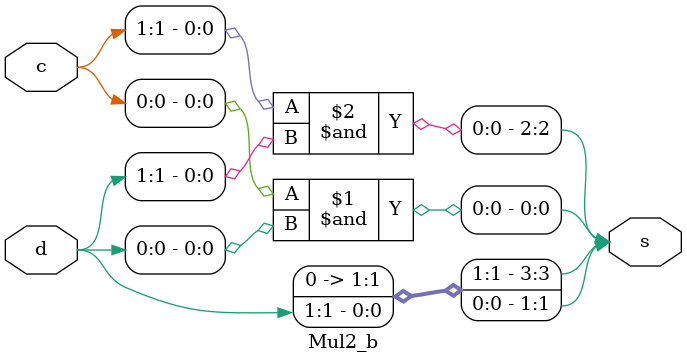
<source format=v>
module AxRM1(c,d,s);

//******************************
// Inputs Declaration
//******************************

input [7:0]c;
input [7:0]d;

//******************************
// Ouputs Declaration
//******************************

output [15:0]s;

//******************************
// Wires Declaration
//******************************

wire [7:0]s1;
wire [7:0]s2;
wire [7:0]s3;
wire [7:0]s4;


wire s1_RCA;
wire s2_RCA;
wire s3_RCA;
wire s4_RCA;
wire s5_RCA;
wire s6_RCA;
wire s7_RCA;
wire s8_RCA;

wire c1_RCA;
wire c2_RCA;
wire c3_RCA;
wire c4_RCA;
wire c5_RCA;
wire c6_RCA;
wire c7_RCA;
wire c8_RCA;

wire c_HA1;
wire c_HA2;
wire c_HA3;

wire c_FA1;
wire c_FA2;
wire c_FA3;
wire c_FA4;
wire c_FA5;
wire c_FA6;
wire c_FA7;


//****************************************
// Least Significant Partial Product (PP1)
//****************************************

Oa_approx M1(
		.c(c[3:0]),
		.d(d[3:0]),

		.s(s1[7:0])
      );	


//****************************************
// Partial Product 2 (PP2)
//****************************************

Ob_exact A1(
		.c(c[7:4]),
		.d(d[3:0]),

		.s(s2[7:0])
      	   );	

//****************************************
// Partial Product 3 (PP3)
//****************************************

Oc_exact A2(
		.c(c[3:0]),
		.d(d[7:4]),

		.s(s3[7:0])
      	   );


//****************************************
// Partial Product 4 (PP4)
//****************************************
	
Od_exact A3(
		.c(c[7:4]),
		.d(d[7:4]),

		.s(s4[7:0])
      	   );	


//****************************************
// Partial Product Reduction Stage 
//****************************************

Exact_FA EF1(

		.a(s1[4]),
		.b(s2[0]),
		.cin(s3[0]),

		.s(s1_RCA),
		.cout(c1_RCA)
	    );

Exact_FA EF2(

		.a(s1[5]),
		.b(s2[1]),
		.cin(s3[1]),

		.s(s2_RCA),
		.cout(c2_RCA)
	    );

Exact_FA EF3(

		.a(s1[6]),
		.b(s2[2]),
		.cin(s3[2]),

		.s(s3_RCA),
		.cout(c3_RCA)
	    );


Exact_FA EF4(

		.a(s1[7]),
		.b(s2[3]),
		.cin(s3[3]),

		.s(s4_RCA),
		.cout(c4_RCA)
	    );


Exact_FA EF5(

		.a(s2[4]),
		.b(s3[4]),
		.cin(s4[0]),

		.s(s5_RCA),
		.cout(c5_RCA)
	    );


Exact_FA EF6(

		.a(s2[5]),
		.b(s3[5]),
		.cin(s4[1]),

		.s(s6_RCA),
		.cout(c6_RCA)
	    );


Exact_FA EF7(

		.a(s2[6]),
		.b(s3[6]),
		.cin(s4[2]),

		.s(s7_RCA),
		.cout(c7_RCA)
	    );


Exact_FA EF8(

		.a(s2[7]),
		.b(s3[7]),
		.cin(s4[3]),

		.s(s8_RCA),
		.cout(c8_RCA)
	    );

//********************************
// Final addition stage
//********************************

assign s[0] = s1[0];
assign s[1] = s1[1];
assign s[2] = s1[2];
assign s[3] = s1[3];
assign s[4] = s1_RCA;


Exact_HA EH1(

		.a(s2_RCA),
		.b(c1_RCA),

		.s(s[5]),
		.cout(c_HA1)
	    );

Exact_FA EF9(

		.a(s3_RCA),
		.b(c2_RCA),
		.cin(c_HA1),

		.s(s[6]),
		.cout(c_FA1)
	    );


Exact_FA EF10(

		.a(s4_RCA),
		.b(c3_RCA),
		.cin(c_FA1),

		.s(s[7]),
		.cout(c_FA2)
	    );

Exact_FA EF11(

		.a(s5_RCA),
		.b(c4_RCA),
		.cin(c_FA2),

		.s(s[8]),
		.cout(c_FA3)
	    );

Exact_FA EF12(

		.a(s6_RCA),
		.b(c5_RCA),
		.cin(c_FA3),

		.s(s[9]),
		.cout(c_FA4)
	    );

Exact_FA EF13(

		.a(s7_RCA),
		.b(c6_RCA),
		.cin(c_FA4),

		.s(s[10]),
		.cout(c_FA5)
	    );

Exact_FA EF14(

		.a(s8_RCA),
		.b(c7_RCA),
		.cin(c_FA5),

		.s(s[11]),
		.cout(c_FA6)
	    );

Exact_FA EF15(

		.a(s4[4]),
		.b(c8_RCA),
		.cin(c_FA6),

		.s(s[12]),
		.cout(c_FA7)
	    );

Exact_HA EH2(

		.a(s4[5]),
		.b(c_FA7),

		.s(s[13]),
		.cout(c_HA2)
	    );

Exact_HA EH3(

		.a(s4[6]),
		.b(c_HA2),

		.s(s[14]),
		.cout(c_HA3)
	    );

Exact_HA EH4(

		.a(s4[7]),
		.b(c_HA3),

		.s(s[15]),
		.cout()
	    );

endmodule
module Exact_FA(a,b,cin,s,cout);

input a;
input b;
input cin;

output s;
output cout;

wire var1;
wire var2;
wire var3;

xor u1(var1,a,b);
xor u2(s,var1,cin);

and u3(var2,var1,cin);
and u4(var3,a,b);

or u5(cout,var2,var3);

endmodule
module Exact_HA(a,b,s,cout);

input a;
input b;

output s;
output cout;


xor x1(s,a,b);

and a3(cout,a,b);


endmodule
module Oa_approx(c,d,s);

//******************************
// Inputs Declaration
//******************************

input [3:0]c;
input [3:0]d;

//******************************
// Ouputs Declaration
//******************************

output [7:0]s;

//******************************
// Wires Declaration
//******************************

wire [3:0]s1;
wire [3:0]s2;
wire [3:0]s3;
wire [3:0]s4;


wire s1_RCA;
wire s2_RCA;
wire s3_RCA;
wire s4_RCA;

wire c1_RCA;
wire c2_RCA;
wire c3_RCA;
wire c4_RCA;

wire c_HA1;

wire c_FA1;
wire c_FA2;
wire c_FA3;



//****************************************
// Least Significant Partial Product (PP1)
//****************************************

Mul2_b M1(
		.c(c[1:0]),
		.d(d[1:0]),

		.s(s1[3:0])
      );	


//****************************************
// Partial Product 2 (PP2)
//****************************************

Mul2_b A1(
		.c(c[3:2]),
		.d(d[1:0]),

		.s(s2[3:0])
      	   );	

//****************************************
// Partial Product 3 (PP3)
//****************************************

Mul2_b A2(
		.c(c[1:0]),
		.d(d[3:2]),

		.s(s3[3:0])
      	   );


//****************************************
// Partial Product 4 (PP4)
//****************************************
	
Mul2_b A3(
		.c(c[3:2]),
		.d(d[3:2]),

		.s(s4[3:0])
      	   );	


//****************************************
// Partial Product Reduction Stage 
//****************************************

Exact_FA EF1(

		.a(s1[2]),
		.b(s2[0]),
		.cin(s3[0]),

		.s(s1_RCA),
		.cout(c1_RCA)
	    );

Exact_FA EF2(

		.a(s1[3]),
		.b(s2[1]),
		.cin(s3[1]),

		.s(s2_RCA),
		.cout(c2_RCA)
	    );

Exact_FA EF3(

		.a(s2[2]),
		.b(s3[2]),
		.cin(s4[0]),

		.s(s3_RCA),
		.cout(c3_RCA)
	    );


Exact_FA EF4(

		.a(s2[3]),
		.b(s3[3]),
		.cin(s4[1]),

		.s(s4_RCA),
		.cout(c4_RCA)
	    );


//********************************
// Final addition stage
//********************************

assign s[0] = s1[0];
assign s[1] = s1[1];
assign s[2] = s1_RCA;



Exact_HA EH1(

		.a(s2_RCA),
		.b(c1_RCA),

		.s(s[3]),
		.cout(c_HA1)
	    );

Exact_FA EF9(

		.a(s3_RCA),
		.b(c2_RCA),
		.cin(c_HA1),

		.s(s[4]),
		.cout(c_FA1)
	    );


Exact_FA EF10(

		.a(s4_RCA),
		.b(c3_RCA),
		.cin(c_FA1),

		.s(s[5]),
		.cout(c_FA2)
	    );

Exact_FA EF11(

		.a(s4[2]),
		.b(c4_RCA),
		.cin(c_FA2),

		.s(s[6]),
		.cout(c_FA3)
	    );

Exact_HA EH4(

		.a(s4[3]),
		.b(c_FA3),

		.s(s[7]),
		.cout()
	    );

endmodule
module Oa_exact(c,d,s);

//******************************
// Inputs Declaration
//******************************

input [3:0]c;
input [3:0]d;

//******************************
// Ouputs Declaration
//******************************

output [7:0]s;

//******************************
// Wires Declaration
//******************************

wire [3:0]s1;
wire [3:0]s2;
wire [3:0]s3;
wire [3:0]s4;


wire s1_RCA;
wire s2_RCA;
wire s3_RCA;
wire s4_RCA;

wire c1_RCA;
wire c2_RCA;
wire c3_RCA;
wire c4_RCA;

wire c_HA1;

wire c_FA1;
wire c_FA2;
wire c_FA3;



//****************************************
// Least Significant Partial Product (PP1)
//****************************************

Exact_Mul2 M1(
		.c(c[1:0]),
		.d(d[1:0]),

		.s(s1[3:0])
      );	


//****************************************
// Partial Product 2 (PP2)
//****************************************

Exact_Mul2 A1(
		.c(c[3:2]),
		.d(d[1:0]),

		.s(s2[3:0])
      	   );	

//****************************************
// Partial Product 3 (PP3)
//****************************************

Exact_Mul2 A2(
		.c(c[1:0]),
		.d(d[3:2]),

		.s(s3[3:0])
      	   );


//****************************************
// Partial Product 4 (PP4)
//****************************************
	
Exact_Mul2 A3(
		.c(c[3:2]),
		.d(d[3:2]),

		.s(s4[3:0])
      	   );	


//****************************************
// Partial Product Reduction Stage 
//****************************************

Exact_FA EF1(

		.a(s1[2]),
		.b(s2[0]),
		.cin(s3[0]),

		.s(s1_RCA),
		.cout(c1_RCA)
	    );

Exact_FA EF2(

		.a(s1[3]),
		.b(s2[1]),
		.cin(s3[1]),

		.s(s2_RCA),
		.cout(c2_RCA)
	    );

Exact_FA EF3(

		.a(s2[2]),
		.b(s3[2]),
		.cin(s4[0]),

		.s(s3_RCA),
		.cout(c3_RCA)
	    );


Exact_FA EF4(

		.a(s2[3]),
		.b(s3[3]),
		.cin(s4[1]),

		.s(s4_RCA),
		.cout(c4_RCA)
	    );


//********************************
// Final addition stage
//********************************

assign s[0] = s1[0];
assign s[1] = s1[1];
assign s[2] = s1_RCA;



Exact_HA EH1(

		.a(s2_RCA),
		.b(c1_RCA),

		.s(s[3]),
		.cout(c_HA1)
	    );

Exact_FA EF9(

		.a(s3_RCA),
		.b(c2_RCA),
		.cin(c_HA1),

		.s(s[4]),
		.cout(c_FA1)
	    );


Exact_FA EF10(

		.a(s4_RCA),
		.b(c3_RCA),
		.cin(c_FA1),

		.s(s[5]),
		.cout(c_FA2)
	    );

Exact_FA EF11(

		.a(s4[2]),
		.b(c4_RCA),
		.cin(c_FA2),

		.s(s[6]),
		.cout(c_FA3)
	    );

Exact_HA EH4(

		.a(s4[3]),
		.b(c_FA3),

		.s(s[7]),
		.cout()
	    );

endmodule
module Ob_approx(c,d,s);

//******************************
// Inputs Declaration
//******************************

input [3:0]c;
input [3:0]d;

//******************************
// Ouputs Declaration
//******************************

output [7:0]s;

//******************************
// Wires Declaration
//******************************

wire [3:0]s1;
wire [3:0]s2;
wire [3:0]s3;
wire [3:0]s4;


wire s1_RCA;
wire s2_RCA;
wire s3_RCA;
wire s4_RCA;

wire c1_RCA;
wire c2_RCA;
wire c3_RCA;
wire c4_RCA;

wire c_HA1;

wire c_FA1;
wire c_FA2;
wire c_FA3;



//****************************************
// Least Significant Partial Product (PP1)
//****************************************

Mul2_b M1(
		.c(c[1:0]),
		.d(d[1:0]),

		.s(s1[3:0])
      );	


//****************************************
// Partial Product 2 (PP2)
//****************************************

Mul2_b A1(
		.c(c[3:2]),
		.d(d[1:0]),

		.s(s2[3:0])
      	   );	

//****************************************
// Partial Product 3 (PP3)
//****************************************

Mul2_b A2(
		.c(c[1:0]),
		.d(d[3:2]),

		.s(s3[3:0])
      	   );


//****************************************
// Partial Product 4 (PP4)
//****************************************
	
Mul2_b A3(
		.c(c[3:2]),
		.d(d[3:2]),

		.s(s4[3:0])
      	   );	


//****************************************
// Partial Product Reduction Stage 
//****************************************

Exact_FA EF1(

		.a(s1[2]),
		.b(s2[0]),
		.cin(s3[0]),

		.s(s1_RCA),
		.cout(c1_RCA)
	    );

Exact_FA EF2(

		.a(s1[3]),
		.b(s2[1]),
		.cin(s3[1]),

		.s(s2_RCA),
		.cout(c2_RCA)
	    );

Exact_FA EF3(

		.a(s2[2]),
		.b(s3[2]),
		.cin(s4[0]),

		.s(s3_RCA),
		.cout(c3_RCA)
	    );


Exact_FA EF4(

		.a(s2[3]),
		.b(s3[3]),
		.cin(s4[1]),

		.s(s4_RCA),
		.cout(c4_RCA)
	    );


//********************************
// Final addition stage
//********************************

assign s[0] = s1[0];
assign s[1] = s1[1];
assign s[2] = s1_RCA;



Exact_HA EH1(

		.a(s2_RCA),
		.b(c1_RCA),

		.s(s[3]),
		.cout(c_HA1)
	    );

Exact_FA EF9(

		.a(s3_RCA),
		.b(c2_RCA),
		.cin(c_HA1),

		.s(s[4]),
		.cout(c_FA1)
	    );


Exact_FA EF10(

		.a(s4_RCA),
		.b(c3_RCA),
		.cin(c_FA1),

		.s(s[5]),
		.cout(c_FA2)
	    );

Exact_FA EF11(

		.a(s4[2]),
		.b(c4_RCA),
		.cin(c_FA2),

		.s(s[6]),
		.cout(c_FA3)
	    );

Exact_HA EH4(

		.a(s4[3]),
		.b(c_FA3),

		.s(s[7]),
		.cout()
	    );

endmodule
module Ob_exact(c,d,s);

//******************************
// Inputs Declaration
//******************************

input [3:0]c;
input [3:0]d;

//******************************
// Ouputs Declaration
//******************************

output [7:0]s;

//******************************
// Wires Declaration
//******************************

wire [3:0]s1;
wire [3:0]s2;
wire [3:0]s3;
wire [3:0]s4;


wire s1_RCA;
wire s2_RCA;
wire s3_RCA;
wire s4_RCA;

wire c1_RCA;
wire c2_RCA;
wire c3_RCA;
wire c4_RCA;

wire c_HA1;

wire c_FA1;
wire c_FA2;
wire c_FA3;



//****************************************
// Least Significant Partial Product (PP1)
//****************************************

Exact_Mul2 M1(
		.c(c[1:0]),
		.d(d[1:0]),

		.s(s1[3:0])
      );	


//****************************************
// Partial Product 2 (PP2)
//****************************************

Exact_Mul2 A1(
		.c(c[3:2]),
		.d(d[1:0]),

		.s(s2[3:0])
      	   );	

//****************************************
// Partial Product 3 (PP3)
//****************************************

Exact_Mul2 A2(
		.c(c[1:0]),
		.d(d[3:2]),

		.s(s3[3:0])
      	   );


//****************************************
// Partial Product 4 (PP4)
//****************************************
	
Exact_Mul2 A3(
		.c(c[3:2]),
		.d(d[3:2]),

		.s(s4[3:0])
      	   );	


//****************************************
// Partial Product Reduction Stage 
//****************************************

Exact_FA EF1(

		.a(s1[2]),
		.b(s2[0]),
		.cin(s3[0]),

		.s(s1_RCA),
		.cout(c1_RCA)
	    );

Exact_FA EF2(

		.a(s1[3]),
		.b(s2[1]),
		.cin(s3[1]),

		.s(s2_RCA),
		.cout(c2_RCA)
	    );

Exact_FA EF3(

		.a(s2[2]),
		.b(s3[2]),
		.cin(s4[0]),

		.s(s3_RCA),
		.cout(c3_RCA)
	    );


Exact_FA EF4(

		.a(s2[3]),
		.b(s3[3]),
		.cin(s4[1]),

		.s(s4_RCA),
		.cout(c4_RCA)
	    );


//********************************
// Final addition stage
//********************************

assign s[0] = s1[0];
assign s[1] = s1[1];
assign s[2] = s1_RCA;



Exact_HA EH1(

		.a(s2_RCA),
		.b(c1_RCA),

		.s(s[3]),
		.cout(c_HA1)
	    );

Exact_FA EF9(

		.a(s3_RCA),
		.b(c2_RCA),
		.cin(c_HA1),

		.s(s[4]),
		.cout(c_FA1)
	    );


Exact_FA EF10(

		.a(s4_RCA),
		.b(c3_RCA),
		.cin(c_FA1),

		.s(s[5]),
		.cout(c_FA2)
	    );

Exact_FA EF11(

		.a(s4[2]),
		.b(c4_RCA),
		.cin(c_FA2),

		.s(s[6]),
		.cout(c_FA3)
	    );

Exact_HA EH4(

		.a(s4[3]),
		.b(c_FA3),

		.s(s[7]),
		.cout()
	    );

endmodule
module Oc_approx(c,d,s);

//******************************
// Inputs Declaration
//******************************

input [3:0]c;
input [3:0]d;

//******************************
// Ouputs Declaration
//******************************

output [7:0]s;

//******************************
// Wires Declaration
//******************************

wire [3:0]s1;
wire [3:0]s2;
wire [3:0]s3;
wire [3:0]s4;


wire s1_RCA;
wire s2_RCA;
wire s3_RCA;
wire s4_RCA;

wire c1_RCA;
wire c2_RCA;
wire c3_RCA;
wire c4_RCA;

wire c_HA1;

wire c_FA1;
wire c_FA2;
wire c_FA3;



//****************************************
// Least Significant Partial Product (PP1)
//****************************************

Mul2_a M1(
		.c(c[1:0]),
		.d(d[1:0]),

		.s(s1[3:0])
      );	


//****************************************
// Partial Product 2 (PP2)
//****************************************

Mul2_a A1(
		.c(c[3:2]),
		.d(d[1:0]),

		.s(s2[3:0])
      	   );	

//****************************************
// Partial Product 3 (PP3)
//****************************************

Mul2_a A2(
		.c(c[1:0]),
		.d(d[3:2]),

		.s(s3[3:0])
      	   );


//****************************************
// Partial Product 4 (PP4)
//****************************************
	
Mul2_a A3(
		.c(c[3:2]),
		.d(d[3:2]),

		.s(s4[3:0])
      	   );	


//****************************************
// Partial Product Reduction Stage 
//****************************************

Exact_FA EF1(

		.a(s1[2]),
		.b(s2[0]),
		.cin(s3[0]),

		.s(s1_RCA),
		.cout(c1_RCA)
	    );

Exact_FA EF2(

		.a(s1[3]),
		.b(s2[1]),
		.cin(s3[1]),

		.s(s2_RCA),
		.cout(c2_RCA)
	    );

Exact_FA EF3(

		.a(s2[2]),
		.b(s3[2]),
		.cin(s4[0]),

		.s(s3_RCA),
		.cout(c3_RCA)
	    );


Exact_FA EF4(

		.a(s2[3]),
		.b(s3[3]),
		.cin(s4[1]),

		.s(s4_RCA),
		.cout(c4_RCA)
	    );


//********************************
// Final addition stage
//********************************

assign s[0] = s1[0];
assign s[1] = s1[1];
assign s[2] = s1_RCA;



Exact_HA EH1(

		.a(s2_RCA),
		.b(c1_RCA),

		.s(s[3]),
		.cout(c_HA1)
	    );

Exact_FA EF9(

		.a(s3_RCA),
		.b(c2_RCA),
		.cin(c_HA1),

		.s(s[4]),
		.cout(c_FA1)
	    );


Exact_FA EF10(

		.a(s4_RCA),
		.b(c3_RCA),
		.cin(c_FA1),

		.s(s[5]),
		.cout(c_FA2)
	    );

Exact_FA EF11(

		.a(s4[2]),
		.b(c4_RCA),
		.cin(c_FA2),

		.s(s[6]),
		.cout(c_FA3)
	    );

Exact_HA EH4(

		.a(s4[3]),
		.b(c_FA3),

		.s(s[7]),
		.cout()
	    );

endmodule
module Oc_exact(c,d,s);

//******************************
// Inputs Declaration
//******************************

input [3:0]c;
input [3:0]d;

//******************************
// Ouputs Declaration
//******************************

output [7:0]s;

//******************************
// Wires Declaration
//******************************

wire [3:0]s1;
wire [3:0]s2;
wire [3:0]s3;
wire [3:0]s4;


wire s1_RCA;
wire s2_RCA;
wire s3_RCA;
wire s4_RCA;

wire c1_RCA;
wire c2_RCA;
wire c3_RCA;
wire c4_RCA;

wire c_HA1;

wire c_FA1;
wire c_FA2;
wire c_FA3;



//****************************************
// Least Significant Partial Product (PP1)
//****************************************

Exact_Mul2 M1(
		.c(c[1:0]),
		.d(d[1:0]),

		.s(s1[3:0])
      );	


//****************************************
// Partial Product 2 (PP2)
//****************************************

Exact_Mul2 A1(
		.c(c[3:2]),
		.d(d[1:0]),

		.s(s2[3:0])
      	   );	

//****************************************
// Partial Product 3 (PP3)
//****************************************

Exact_Mul2 A2(
		.c(c[1:0]),
		.d(d[3:2]),

		.s(s3[3:0])
      	   );


//****************************************
// Partial Product 4 (PP4)
//****************************************
	
Exact_Mul2 A3(
		.c(c[3:2]),
		.d(d[3:2]),

		.s(s4[3:0])
      	   );	


//****************************************
// Partial Product Reduction Stage 
//****************************************

Exact_FA EF1(

		.a(s1[2]),
		.b(s2[0]),
		.cin(s3[0]),

		.s(s1_RCA),
		.cout(c1_RCA)
	    );

Exact_FA EF2(

		.a(s1[3]),
		.b(s2[1]),
		.cin(s3[1]),

		.s(s2_RCA),
		.cout(c2_RCA)
	    );

Exact_FA EF3(

		.a(s2[2]),
		.b(s3[2]),
		.cin(s4[0]),

		.s(s3_RCA),
		.cout(c3_RCA)
	    );


Exact_FA EF4(

		.a(s2[3]),
		.b(s3[3]),
		.cin(s4[1]),

		.s(s4_RCA),
		.cout(c4_RCA)
	    );


//********************************
// Final addition stage
//********************************

assign s[0] = s1[0];
assign s[1] = s1[1];
assign s[2] = s1_RCA;



Exact_HA EH1(

		.a(s2_RCA),
		.b(c1_RCA),

		.s(s[3]),
		.cout(c_HA1)
	    );

Exact_FA EF9(

		.a(s3_RCA),
		.b(c2_RCA),
		.cin(c_HA1),

		.s(s[4]),
		.cout(c_FA1)
	    );


Exact_FA EF10(

		.a(s4_RCA),
		.b(c3_RCA),
		.cin(c_FA1),

		.s(s[5]),
		.cout(c_FA2)
	    );

Exact_FA EF11(

		.a(s4[2]),
		.b(c4_RCA),
		.cin(c_FA2),

		.s(s[6]),
		.cout(c_FA3)
	    );

Exact_HA EH4(

		.a(s4[3]),
		.b(c_FA3),

		.s(s[7]),
		.cout()
	    );

endmodule
module Od_exact(c,d,s);

//******************************
// Inputs Declaration
//******************************

input [3:0]c;
input [3:0]d;

//******************************
// Ouputs Declaration
//******************************

output [7:0]s;

//******************************
// Wires Declaration
//******************************

wire [3:0]s1;
wire [3:0]s2;
wire [3:0]s3;
wire [3:0]s4;


wire s1_RCA;
wire s2_RCA;
wire s3_RCA;
wire s4_RCA;

wire c1_RCA;
wire c2_RCA;
wire c3_RCA;
wire c4_RCA;

wire c_HA1;

wire c_FA1;
wire c_FA2;
wire c_FA3;



//****************************************
// Least Significant Partial Product (PP1)
//****************************************

Exact_Mul2 M1(
		.c(c[1:0]),
		.d(d[1:0]),

		.s(s1[3:0])
      );	


//****************************************
// Partial Product 2 (PP2)
//****************************************

Exact_Mul2 A1(
		.c(c[3:2]),
		.d(d[1:0]),

		.s(s2[3:0])
      	   );	

//****************************************
// Partial Product 3 (PP3)
//****************************************

Exact_Mul2 A2(
		.c(c[1:0]),
		.d(d[3:2]),

		.s(s3[3:0])
      	   );


//****************************************
// Partial Product 4 (PP4)
//****************************************
	
Exact_Mul2 A3(
		.c(c[3:2]),
		.d(d[3:2]),

		.s(s4[3:0])
      	   );	


//****************************************
// Partial Product Reduction Stage 
//****************************************

Exact_FA EF1(

		.a(s1[2]),
		.b(s2[0]),
		.cin(s3[0]),

		.s(s1_RCA),
		.cout(c1_RCA)
	    );

Exact_FA EF2(

		.a(s1[3]),
		.b(s2[1]),
		.cin(s3[1]),

		.s(s2_RCA),
		.cout(c2_RCA)
	    );

Exact_FA EF3(

		.a(s2[2]),
		.b(s3[2]),
		.cin(s4[0]),

		.s(s3_RCA),
		.cout(c3_RCA)
	    );


Exact_FA EF4(

		.a(s2[3]),
		.b(s3[3]),
		.cin(s4[1]),

		.s(s4_RCA),
		.cout(c4_RCA)
	    );


//********************************
// Final addition stage
//********************************

assign s[0] = s1[0];
assign s[1] = s1[1];
assign s[2] = s1_RCA;



Exact_HA EH1(

		.a(s2_RCA),
		.b(c1_RCA),

		.s(s[3]),
		.cout(c_HA1)
	    );

Exact_FA EF9(

		.a(s3_RCA),
		.b(c2_RCA),
		.cin(c_HA1),

		.s(s[4]),
		.cout(c_FA1)
	    );


Exact_FA EF10(

		.a(s4_RCA),
		.b(c3_RCA),
		.cin(c_FA1),

		.s(s[5]),
		.cout(c_FA2)
	    );

Exact_FA EF11(

		.a(s4[2]),
		.b(c4_RCA),
		.cin(c_FA2),

		.s(s[6]),
		.cout(c_FA3)
	    );

Exact_HA EH4(

		.a(s4[3]),
		.b(c_FA3),

		.s(s[7]),
		.cout()
	    );

endmodule
module Exact_Mul2(c,d,s);

input [1:0]c;
input [1:0]d;

output [3:0]s;

wire num1;
wire num2;
wire num3;
wire num4;


//*********************************************
// s0 calculation
//*********************************************

and a1(s[0],c[0],d[0]);

//*********************************************
// s1 calculation
//*********************************************

and a2(num1,c[0],d[1]);
and a3(num2,c[1],d[0]);

xor x1(s[1],num1,num2);

//*********************************************
// s2 calculation
//*********************************************

and a4(num3,c[1],d[1]);
and a5(num4,num1,num2);

xor x2(s[2],num3,num4);

//*********************************************
// s3 calculation
//*********************************************

and a6(s[3],num3,num4);



endmodule
module Mul2_a(c,d,s);

input [1:0]c;
input [1:0]d;

output [3:0]s;

wire num1;
wire num2;



//*********************************************
// s0 calculation
//*********************************************

assign s[0] = c[0];

//*********************************************
// s1 calculation
//*********************************************

and a1(num1,c[0],d[1]);
and a2(num2,c[1],d[0]);

or o1(s[1],num1,num2);


//*********************************************
// s2 calculation
//*********************************************

and a3(s[2],c[1],d[1]);

//*********************************************
// s3 calculation
//*********************************************

assign s[3] = 0;



endmodule
module Mul2_b(c,d,s);

input [1:0]c;
input [1:0]d;

output [3:0]s;


//*********************************************
// s0 calculation
//*********************************************

and a1(s[0],c[0],d[0]);

//*********************************************
// s1 calculation
//*********************************************
assign s[1] = d[1];

//*********************************************
// s2 calculation
//*********************************************

and a2(s[2],c[1],d[1]);

//*********************************************
// s3 calculation
//*********************************************

assign s[3] = 0;



endmodule
</source>
